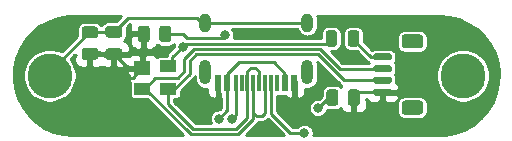
<source format=gbr>
%TF.GenerationSoftware,KiCad,Pcbnew,5.1.10-88a1d61d58~90~ubuntu20.04.1*%
%TF.CreationDate,2022-01-21T20:09:26-08:00*%
%TF.ProjectId,kb-db_protruded,6b622d64-625f-4707-926f-747275646564,rev?*%
%TF.SameCoordinates,Original*%
%TF.FileFunction,Copper,L1,Top*%
%TF.FilePolarity,Positive*%
%FSLAX46Y46*%
G04 Gerber Fmt 4.6, Leading zero omitted, Abs format (unit mm)*
G04 Created by KiCad (PCBNEW 5.1.10-88a1d61d58~90~ubuntu20.04.1) date 2022-01-21 20:09:26*
%MOMM*%
%LPD*%
G01*
G04 APERTURE LIST*
%TA.AperFunction,ComponentPad*%
%ADD10C,3.800000*%
%TD*%
%TA.AperFunction,SMDPad,CuDef*%
%ADD11R,0.600000X1.450000*%
%TD*%
%TA.AperFunction,SMDPad,CuDef*%
%ADD12R,0.300000X1.450000*%
%TD*%
%TA.AperFunction,ComponentPad*%
%ADD13O,1.000000X2.100000*%
%TD*%
%TA.AperFunction,ComponentPad*%
%ADD14O,1.000000X1.600000*%
%TD*%
%TA.AperFunction,SMDPad,CuDef*%
%ADD15R,1.400000X1.000000*%
%TD*%
%TA.AperFunction,SMDPad,CuDef*%
%ADD16R,1.400000X1.200000*%
%TD*%
%TA.AperFunction,ViaPad*%
%ADD17C,0.800000*%
%TD*%
%TA.AperFunction,Conductor*%
%ADD18C,0.250000*%
%TD*%
%TA.AperFunction,Conductor*%
%ADD19C,0.254000*%
%TD*%
%TA.AperFunction,Conductor*%
%ADD20C,0.100000*%
%TD*%
G04 APERTURE END LIST*
%TO.P,R2,2*%
%TO.N,Net-(R2-Pad2)*%
%TA.AperFunction,SMDPad,CuDef*%
G36*
G01*
X70774500Y-60394002D02*
X70774500Y-59493998D01*
G75*
G02*
X71024498Y-59244000I249998J0D01*
G01*
X71549502Y-59244000D01*
G75*
G02*
X71799500Y-59493998I0J-249998D01*
G01*
X71799500Y-60394002D01*
G75*
G02*
X71549502Y-60644000I-249998J0D01*
G01*
X71024498Y-60644000D01*
G75*
G02*
X70774500Y-60394002I0J249998D01*
G01*
G37*
%TD.AperFunction*%
%TO.P,R2,1*%
%TO.N,GND*%
%TA.AperFunction,SMDPad,CuDef*%
G36*
G01*
X68949500Y-60394002D02*
X68949500Y-59493998D01*
G75*
G02*
X69199498Y-59244000I249998J0D01*
G01*
X69724502Y-59244000D01*
G75*
G02*
X69974500Y-59493998I0J-249998D01*
G01*
X69974500Y-60394002D01*
G75*
G02*
X69724502Y-60644000I-249998J0D01*
G01*
X69199498Y-60644000D01*
G75*
G02*
X68949500Y-60394002I0J249998D01*
G01*
G37*
%TD.AperFunction*%
%TD*%
D10*
%TO.P,H2,1*%
%TO.N,Earth*%
X61487000Y-63472000D03*
%TD*%
%TO.P,H1,1*%
%TO.N,Net-(H1-Pad1)*%
X96487000Y-63472000D03*
%TD*%
%TO.P,J1,MP*%
%TO.N,N/C*%
%TA.AperFunction,SMDPad,CuDef*%
G36*
G01*
X91551999Y-65579000D02*
X92852001Y-65579000D01*
G75*
G02*
X93102000Y-65828999I0J-249999D01*
G01*
X93102000Y-66529001D01*
G75*
G02*
X92852001Y-66779000I-249999J0D01*
G01*
X91551999Y-66779000D01*
G75*
G02*
X91302000Y-66529001I0J249999D01*
G01*
X91302000Y-65828999D01*
G75*
G02*
X91551999Y-65579000I249999J0D01*
G01*
G37*
%TD.AperFunction*%
%TA.AperFunction,SMDPad,CuDef*%
G36*
G01*
X91551999Y-59979000D02*
X92852001Y-59979000D01*
G75*
G02*
X93102000Y-60228999I0J-249999D01*
G01*
X93102000Y-60929001D01*
G75*
G02*
X92852001Y-61179000I-249999J0D01*
G01*
X91551999Y-61179000D01*
G75*
G02*
X91302000Y-60929001I0J249999D01*
G01*
X91302000Y-60228999D01*
G75*
G02*
X91551999Y-59979000I249999J0D01*
G01*
G37*
%TD.AperFunction*%
%TO.P,J1,4*%
%TO.N,GND*%
%TA.AperFunction,SMDPad,CuDef*%
G36*
G01*
X89052000Y-64579000D02*
X90302000Y-64579000D01*
G75*
G02*
X90452000Y-64729000I0J-150000D01*
G01*
X90452000Y-65029000D01*
G75*
G02*
X90302000Y-65179000I-150000J0D01*
G01*
X89052000Y-65179000D01*
G75*
G02*
X88902000Y-65029000I0J150000D01*
G01*
X88902000Y-64729000D01*
G75*
G02*
X89052000Y-64579000I150000J0D01*
G01*
G37*
%TD.AperFunction*%
%TO.P,J1,3*%
%TO.N,D+*%
%TA.AperFunction,SMDPad,CuDef*%
G36*
G01*
X89052000Y-63579000D02*
X90302000Y-63579000D01*
G75*
G02*
X90452000Y-63729000I0J-150000D01*
G01*
X90452000Y-64029000D01*
G75*
G02*
X90302000Y-64179000I-150000J0D01*
G01*
X89052000Y-64179000D01*
G75*
G02*
X88902000Y-64029000I0J150000D01*
G01*
X88902000Y-63729000D01*
G75*
G02*
X89052000Y-63579000I150000J0D01*
G01*
G37*
%TD.AperFunction*%
%TO.P,J1,2*%
%TO.N,D-*%
%TA.AperFunction,SMDPad,CuDef*%
G36*
G01*
X89052000Y-62579000D02*
X90302000Y-62579000D01*
G75*
G02*
X90452000Y-62729000I0J-150000D01*
G01*
X90452000Y-63029000D01*
G75*
G02*
X90302000Y-63179000I-150000J0D01*
G01*
X89052000Y-63179000D01*
G75*
G02*
X88902000Y-63029000I0J150000D01*
G01*
X88902000Y-62729000D01*
G75*
G02*
X89052000Y-62579000I150000J0D01*
G01*
G37*
%TD.AperFunction*%
%TO.P,J1,1*%
%TO.N,+5V*%
%TA.AperFunction,SMDPad,CuDef*%
G36*
G01*
X89052000Y-61579000D02*
X90302000Y-61579000D01*
G75*
G02*
X90452000Y-61729000I0J-150000D01*
G01*
X90452000Y-62029000D01*
G75*
G02*
X90302000Y-62179000I-150000J0D01*
G01*
X89052000Y-62179000D01*
G75*
G02*
X88902000Y-62029000I0J150000D01*
G01*
X88902000Y-61729000D01*
G75*
G02*
X89052000Y-61579000I150000J0D01*
G01*
G37*
%TD.AperFunction*%
%TD*%
%TO.P,C1,2*%
%TO.N,GND*%
%TA.AperFunction,SMDPad,CuDef*%
G36*
G01*
X66454000Y-61156000D02*
X67404000Y-61156000D01*
G75*
G02*
X67654000Y-61406000I0J-250000D01*
G01*
X67654000Y-61906000D01*
G75*
G02*
X67404000Y-62156000I-250000J0D01*
G01*
X66454000Y-62156000D01*
G75*
G02*
X66204000Y-61906000I0J250000D01*
G01*
X66204000Y-61406000D01*
G75*
G02*
X66454000Y-61156000I250000J0D01*
G01*
G37*
%TD.AperFunction*%
%TO.P,C1,1*%
%TO.N,Earth*%
%TA.AperFunction,SMDPad,CuDef*%
G36*
G01*
X66454000Y-59256000D02*
X67404000Y-59256000D01*
G75*
G02*
X67654000Y-59506000I0J-250000D01*
G01*
X67654000Y-60006000D01*
G75*
G02*
X67404000Y-60256000I-250000J0D01*
G01*
X66454000Y-60256000D01*
G75*
G02*
X66204000Y-60006000I0J250000D01*
G01*
X66204000Y-59506000D01*
G75*
G02*
X66454000Y-59256000I250000J0D01*
G01*
G37*
%TD.AperFunction*%
%TD*%
D11*
%TO.P,USB1,12*%
%TO.N,GND*%
X75767000Y-64086500D03*
%TO.P,USB1,1*%
X82217000Y-64086500D03*
%TO.P,USB1,11*%
%TO.N,VCC*%
X76542000Y-64086500D03*
%TO.P,USB1,2*%
X81442000Y-64086500D03*
D12*
%TO.P,USB1,3*%
%TO.N,Net-(USB1-Pad3)*%
X80742000Y-64086500D03*
%TO.P,USB1,10*%
%TO.N,Net-(R2-Pad2)*%
X77242000Y-64086500D03*
%TO.P,USB1,4*%
%TO.N,Net-(R1-Pad2)*%
X80242000Y-64086500D03*
%TO.P,USB1,9*%
%TO.N,Net-(USB1-Pad9)*%
X77742000Y-64086500D03*
%TO.P,USB1,5*%
%TO.N,D-*%
X79742000Y-64086500D03*
%TO.P,USB1,8*%
%TO.N,D+*%
X78242000Y-64086500D03*
%TO.P,USB1,7*%
%TO.N,D-*%
X78742000Y-64086500D03*
%TO.P,USB1,6*%
%TO.N,D+*%
X79242000Y-64086500D03*
D13*
%TO.P,USB1,13*%
%TO.N,Earth*%
X83312000Y-63171500D03*
X74672000Y-63171500D03*
D14*
X83312000Y-58991500D03*
X74672000Y-58991500D03*
%TD*%
%TO.P,R5,2*%
%TO.N,GND*%
%TA.AperFunction,SMDPad,CuDef*%
G36*
G01*
X64446998Y-61129500D02*
X65347002Y-61129500D01*
G75*
G02*
X65597000Y-61379498I0J-249998D01*
G01*
X65597000Y-61904502D01*
G75*
G02*
X65347002Y-62154500I-249998J0D01*
G01*
X64446998Y-62154500D01*
G75*
G02*
X64197000Y-61904502I0J249998D01*
G01*
X64197000Y-61379498D01*
G75*
G02*
X64446998Y-61129500I249998J0D01*
G01*
G37*
%TD.AperFunction*%
%TO.P,R5,1*%
%TO.N,Earth*%
%TA.AperFunction,SMDPad,CuDef*%
G36*
G01*
X64446998Y-59304500D02*
X65347002Y-59304500D01*
G75*
G02*
X65597000Y-59554498I0J-249998D01*
G01*
X65597000Y-60079502D01*
G75*
G02*
X65347002Y-60329500I-249998J0D01*
G01*
X64446998Y-60329500D01*
G75*
G02*
X64197000Y-60079502I0J249998D01*
G01*
X64197000Y-59554498D01*
G75*
G02*
X64446998Y-59304500I249998J0D01*
G01*
G37*
%TD.AperFunction*%
%TD*%
%TO.P,R1,2*%
%TO.N,Net-(R1-Pad2)*%
%TA.AperFunction,SMDPad,CuDef*%
G36*
G01*
X85936500Y-64887998D02*
X85936500Y-65788002D01*
G75*
G02*
X85686502Y-66038000I-249998J0D01*
G01*
X85161498Y-66038000D01*
G75*
G02*
X84911500Y-65788002I0J249998D01*
G01*
X84911500Y-64887998D01*
G75*
G02*
X85161498Y-64638000I249998J0D01*
G01*
X85686502Y-64638000D01*
G75*
G02*
X85936500Y-64887998I0J-249998D01*
G01*
G37*
%TD.AperFunction*%
%TO.P,R1,1*%
%TO.N,GND*%
%TA.AperFunction,SMDPad,CuDef*%
G36*
G01*
X87761500Y-64887998D02*
X87761500Y-65788002D01*
G75*
G02*
X87511502Y-66038000I-249998J0D01*
G01*
X86986498Y-66038000D01*
G75*
G02*
X86736500Y-65788002I0J249998D01*
G01*
X86736500Y-64887998D01*
G75*
G02*
X86986498Y-64638000I249998J0D01*
G01*
X87511502Y-64638000D01*
G75*
G02*
X87761500Y-64887998I0J-249998D01*
G01*
G37*
%TD.AperFunction*%
%TD*%
%TO.P,F1,2*%
%TO.N,VCC*%
%TA.AperFunction,SMDPad,CuDef*%
G36*
G01*
X85831500Y-59868750D02*
X85831500Y-60781250D01*
G75*
G02*
X85587750Y-61025000I-243750J0D01*
G01*
X85100250Y-61025000D01*
G75*
G02*
X84856500Y-60781250I0J243750D01*
G01*
X84856500Y-59868750D01*
G75*
G02*
X85100250Y-59625000I243750J0D01*
G01*
X85587750Y-59625000D01*
G75*
G02*
X85831500Y-59868750I0J-243750D01*
G01*
G37*
%TD.AperFunction*%
%TO.P,F1,1*%
%TO.N,+5V*%
%TA.AperFunction,SMDPad,CuDef*%
G36*
G01*
X87706500Y-59868750D02*
X87706500Y-60781250D01*
G75*
G02*
X87462750Y-61025000I-243750J0D01*
G01*
X86975250Y-61025000D01*
G75*
G02*
X86731500Y-60781250I0J243750D01*
G01*
X86731500Y-59868750D01*
G75*
G02*
X86975250Y-59625000I243750J0D01*
G01*
X87462750Y-59625000D01*
G75*
G02*
X87706500Y-59868750I0J-243750D01*
G01*
G37*
%TD.AperFunction*%
%TD*%
D15*
%TO.P,D1,4*%
%TO.N,VCC*%
X71542000Y-62685000D03*
%TO.P,D1,3*%
%TO.N,D+*%
X71542000Y-64585000D03*
%TO.P,D1,2*%
%TO.N,D-*%
X69342000Y-64585000D03*
D16*
%TO.P,D1,1*%
%TO.N,GND*%
X69342000Y-62865000D03*
%TD*%
D17*
%TO.N,VCC*%
X75853014Y-67116004D03*
X72764000Y-61020000D03*
%TO.N,GND*%
X82169000Y-67564000D03*
X68065000Y-63687000D03*
X79936000Y-68072000D03*
X73912365Y-67110635D03*
%TO.N,Net-(R1-Pad2)*%
X83058000Y-68326000D03*
X84194000Y-66227000D03*
%TO.N,Net-(R2-Pad2)*%
X76955000Y-67116002D03*
X76327000Y-60038990D03*
%TD*%
D18*
%TO.N,Earth*%
X66868000Y-59817000D02*
X66929000Y-59756000D01*
X64897000Y-59817000D02*
X66868000Y-59817000D01*
X64823000Y-59817000D02*
X64897000Y-59817000D01*
X61487000Y-63153000D02*
X64823000Y-59817000D01*
X61487000Y-63472000D02*
X61487000Y-63153000D01*
X68101001Y-58583999D02*
X66929000Y-59756000D01*
X74010999Y-58583999D02*
X68101001Y-58583999D01*
X74418500Y-58991500D02*
X74010999Y-58583999D01*
X74672000Y-58991500D02*
X74418500Y-58991500D01*
X74672000Y-58991500D02*
X83312000Y-58991500D01*
%TO.N,VCC*%
X81442000Y-63326498D02*
X81442000Y-64086500D01*
X80466992Y-62351490D02*
X81442000Y-63326498D01*
X77517008Y-62351490D02*
X80466992Y-62351490D01*
X76542000Y-63326498D02*
X77517008Y-62351490D01*
X76542000Y-64086500D02*
X76542000Y-63326498D01*
X71892000Y-61892000D02*
X72764000Y-61020000D01*
X76542000Y-66427018D02*
X76542000Y-65674000D01*
X76542000Y-65674000D02*
X76542000Y-64086500D01*
X75853014Y-67116004D02*
X76542000Y-66427018D01*
X72764000Y-61020000D02*
X73020010Y-60763990D01*
X84905010Y-60763990D02*
X85344000Y-60325000D01*
X73020010Y-60763990D02*
X84905010Y-60763990D01*
X71892000Y-62335000D02*
X71542000Y-62685000D01*
X71892000Y-61892000D02*
X71892000Y-62335000D01*
%TO.N,+5V*%
X88676000Y-61879000D02*
X89677000Y-61879000D01*
X87219000Y-60422000D02*
X88676000Y-61879000D01*
X87219000Y-60325000D02*
X87219000Y-60422000D01*
%TO.N,GND*%
X68520000Y-63687000D02*
X69342000Y-62865000D01*
X68065000Y-63687000D02*
X68520000Y-63687000D01*
X87298000Y-65387000D02*
X87249000Y-65338000D01*
X89677000Y-65390000D02*
X89677000Y-64879000D01*
X88078000Y-66989000D02*
X89677000Y-65390000D01*
X82744000Y-66989000D02*
X88078000Y-66989000D01*
X82169000Y-67564000D02*
X82744000Y-66989000D01*
X67630000Y-62357000D02*
X66929000Y-61656000D01*
X69462000Y-62745000D02*
X69342000Y-62865000D01*
X69462000Y-59944000D02*
X69462000Y-62237000D01*
X75767000Y-65674000D02*
X74330365Y-67110635D01*
X74330365Y-67110635D02*
X73912365Y-67110635D01*
X82217000Y-67516000D02*
X82169000Y-67564000D01*
X82217000Y-64086500D02*
X82217000Y-67516000D01*
X75767000Y-65674000D02*
X75767000Y-64086500D01*
X87708000Y-64879000D02*
X87249000Y-65338000D01*
X89677000Y-64879000D02*
X87708000Y-64879000D01*
X68138000Y-62865000D02*
X67630000Y-62357000D01*
X69342000Y-62865000D02*
X68138000Y-62865000D01*
%TO.N,D+*%
X78242000Y-63126498D02*
X78566998Y-62801500D01*
X78242000Y-64086500D02*
X78242000Y-63126498D01*
X79242000Y-63126498D02*
X79242000Y-64086500D01*
X78917002Y-62801500D02*
X79242000Y-63126498D01*
X78566998Y-62801500D02*
X78917002Y-62801500D01*
X71542000Y-64585000D02*
X71551000Y-64576000D01*
X86418000Y-63879000D02*
X89677000Y-63879000D01*
X84203011Y-61664011D02*
X86418000Y-63879000D01*
X73899399Y-61664011D02*
X84203011Y-61664011D01*
X73341011Y-62222399D02*
X73899399Y-61664011D01*
X73341011Y-62802989D02*
X73341011Y-62222399D01*
X71542000Y-64585000D02*
X72067000Y-64585000D01*
X73654410Y-68005000D02*
X71542000Y-65892590D01*
X77266004Y-68005000D02*
X73654410Y-68005000D01*
X78242000Y-67029004D02*
X77266004Y-68005000D01*
X71542000Y-65892590D02*
X71542000Y-64585000D01*
X78242000Y-64086500D02*
X78242000Y-67029004D01*
X72063412Y-64585000D02*
X71542000Y-64585000D01*
X73341009Y-63307403D02*
X72063412Y-64585000D01*
X73341011Y-62802989D02*
X73341009Y-63307403D01*
%TO.N,D-*%
X78742000Y-66634002D02*
X79036998Y-66929000D01*
X79742000Y-66634002D02*
X79742000Y-65674000D01*
X79447002Y-66929000D02*
X79742000Y-66634002D01*
X79036998Y-66929000D02*
X79447002Y-66929000D01*
X89526990Y-62728990D02*
X89677000Y-62879000D01*
X69342000Y-64837000D02*
X69342000Y-64585000D01*
X79742000Y-65674000D02*
X79742000Y-64086500D01*
X78742000Y-65075000D02*
X78742000Y-64086500D01*
X78742000Y-66634002D02*
X78742000Y-65075000D01*
X86054410Y-62879000D02*
X89677000Y-62879000D01*
X84389410Y-61214000D02*
X86054410Y-62879000D01*
X73713000Y-61214000D02*
X84389410Y-61214000D01*
X72891000Y-62036000D02*
X73713000Y-61214000D01*
X72891000Y-63121002D02*
X72891000Y-62036000D01*
X72325002Y-63687000D02*
X72891000Y-63121002D01*
X70440000Y-63687000D02*
X72325002Y-63687000D01*
X69542000Y-64585000D02*
X70440000Y-63687000D01*
X69342000Y-64585000D02*
X69542000Y-64585000D01*
X69598000Y-64585000D02*
X69342000Y-64585000D01*
X73468011Y-68455011D02*
X69598000Y-64585000D01*
X77452404Y-68455011D02*
X73468011Y-68455011D01*
X78742000Y-67165415D02*
X77452404Y-68455011D01*
X78742000Y-66634002D02*
X78742000Y-67165415D01*
%TO.N,Net-(R1-Pad2)*%
X84254000Y-66167000D02*
X84194000Y-66227000D01*
X85424000Y-64997000D02*
X84194000Y-66227000D01*
X85424000Y-65338000D02*
X85424000Y-65505000D01*
X80242000Y-65069000D02*
X80242000Y-64086500D01*
X80242000Y-66710002D02*
X80242000Y-65069000D01*
X81857998Y-68326000D02*
X80242000Y-66710002D01*
X83058000Y-68326000D02*
X81857998Y-68326000D01*
%TO.N,Net-(R2-Pad2)*%
X77242000Y-65051000D02*
X77242000Y-64086500D01*
X77242000Y-66829002D02*
X77242000Y-65051000D01*
X76955000Y-67116002D02*
X77242000Y-66829002D01*
X71568990Y-60225990D02*
X71287000Y-59944000D01*
X76327000Y-60038990D02*
X76052010Y-60313980D01*
X72761002Y-59944000D02*
X71287000Y-59944000D01*
X73130982Y-60313980D02*
X72761002Y-59944000D01*
X76052010Y-60313980D02*
X73130982Y-60313980D01*
%TD*%
D19*
%TO.N,GND*%
X81332406Y-68516000D02*
X78107006Y-68516000D01*
X79082220Y-67540787D01*
X79101527Y-67524942D01*
X79164759Y-67447894D01*
X79171651Y-67435000D01*
X79422156Y-67435000D01*
X79447002Y-67437447D01*
X79471848Y-67435000D01*
X79471856Y-67435000D01*
X79546195Y-67427678D01*
X79641577Y-67398745D01*
X79729481Y-67351759D01*
X79806529Y-67288527D01*
X79822378Y-67269215D01*
X79954000Y-67137593D01*
X81332406Y-68516000D01*
%TA.AperFunction,Conductor*%
D20*
G36*
X81332406Y-68516000D02*
G01*
X78107006Y-68516000D01*
X79082220Y-67540787D01*
X79101527Y-67524942D01*
X79164759Y-67447894D01*
X79171651Y-67435000D01*
X79422156Y-67435000D01*
X79447002Y-67437447D01*
X79471848Y-67435000D01*
X79471856Y-67435000D01*
X79546195Y-67427678D01*
X79641577Y-67398745D01*
X79729481Y-67351759D01*
X79806529Y-67288527D01*
X79822378Y-67269215D01*
X79954000Y-67137593D01*
X81332406Y-68516000D01*
G37*
%TD.AperFunction*%
D19*
X95336581Y-58501726D02*
X96161880Y-58715931D01*
X96939275Y-59066123D01*
X97646563Y-59542296D01*
X98263505Y-60130830D01*
X98772464Y-60814895D01*
X99158893Y-61574945D01*
X99411735Y-62389227D01*
X99523763Y-63234474D01*
X99491777Y-64086509D01*
X99316687Y-64920978D01*
X99003503Y-65714010D01*
X98561175Y-66442942D01*
X98002360Y-67086921D01*
X97343022Y-67627544D01*
X96602030Y-68049341D01*
X95800559Y-68340261D01*
X94953066Y-68493514D01*
X94476250Y-68516000D01*
X83816508Y-68516000D01*
X83839000Y-68402922D01*
X83839000Y-68249078D01*
X83808987Y-68098191D01*
X83750113Y-67956058D01*
X83664642Y-67828141D01*
X83555859Y-67719358D01*
X83427942Y-67633887D01*
X83285809Y-67575013D01*
X83134922Y-67545000D01*
X82981078Y-67545000D01*
X82830191Y-67575013D01*
X82688058Y-67633887D01*
X82560141Y-67719358D01*
X82459499Y-67820000D01*
X82067590Y-67820000D01*
X80748000Y-66500411D01*
X80748000Y-65194343D01*
X80892000Y-65194343D01*
X80966689Y-65186987D01*
X81017000Y-65171725D01*
X81067311Y-65186987D01*
X81142000Y-65194343D01*
X81409728Y-65194343D01*
X81465815Y-65262685D01*
X81562506Y-65342037D01*
X81672820Y-65401002D01*
X81792518Y-65437312D01*
X81917000Y-65449572D01*
X81931250Y-65446500D01*
X82090000Y-65287750D01*
X82090000Y-64968674D01*
X82095701Y-64958008D01*
X82117487Y-64886189D01*
X82124843Y-64811500D01*
X82124843Y-63939500D01*
X82344000Y-63939500D01*
X82344000Y-63959500D01*
X82364000Y-63959500D01*
X82364000Y-64213500D01*
X82344000Y-64213500D01*
X82344000Y-65287750D01*
X82502750Y-65446500D01*
X82517000Y-65449572D01*
X82641482Y-65437312D01*
X82761180Y-65401002D01*
X82871494Y-65342037D01*
X82968185Y-65262685D01*
X83047537Y-65165994D01*
X83106502Y-65055680D01*
X83142812Y-64935982D01*
X83155072Y-64811500D01*
X83153531Y-64591154D01*
X83312000Y-64606762D01*
X83484705Y-64589752D01*
X83650774Y-64539375D01*
X83803824Y-64457568D01*
X83937975Y-64347475D01*
X84048068Y-64213325D01*
X84129875Y-64060275D01*
X84180252Y-63894206D01*
X84193000Y-63764773D01*
X84193000Y-62578227D01*
X84180252Y-62448794D01*
X84140213Y-62316804D01*
X86042628Y-64219220D01*
X86058473Y-64238527D01*
X86135521Y-64301759D01*
X86182721Y-64326988D01*
X86146998Y-64393820D01*
X86133064Y-64439754D01*
X86038090Y-64361810D01*
X85928680Y-64303329D01*
X85809963Y-64267317D01*
X85686502Y-64255157D01*
X85161498Y-64255157D01*
X85038037Y-64267317D01*
X84919320Y-64303329D01*
X84809910Y-64361810D01*
X84714012Y-64440512D01*
X84635310Y-64536410D01*
X84576829Y-64645820D01*
X84540817Y-64764537D01*
X84528657Y-64887998D01*
X84528657Y-65176751D01*
X84259409Y-65446000D01*
X84117078Y-65446000D01*
X83966191Y-65476013D01*
X83824058Y-65534887D01*
X83696141Y-65620358D01*
X83587358Y-65729141D01*
X83501887Y-65857058D01*
X83443013Y-65999191D01*
X83413000Y-66150078D01*
X83413000Y-66303922D01*
X83443013Y-66454809D01*
X83501887Y-66596942D01*
X83587358Y-66724859D01*
X83696141Y-66833642D01*
X83824058Y-66919113D01*
X83966191Y-66977987D01*
X84117078Y-67008000D01*
X84270922Y-67008000D01*
X84421809Y-66977987D01*
X84563942Y-66919113D01*
X84691859Y-66833642D01*
X84800642Y-66724859D01*
X84886113Y-66596942D01*
X84944987Y-66454809D01*
X84958935Y-66384688D01*
X85038037Y-66408683D01*
X85161498Y-66420843D01*
X85686502Y-66420843D01*
X85809963Y-66408683D01*
X85928680Y-66372671D01*
X86038090Y-66314190D01*
X86133064Y-66236246D01*
X86146998Y-66282180D01*
X86205963Y-66392494D01*
X86285315Y-66489185D01*
X86382006Y-66568537D01*
X86492320Y-66627502D01*
X86612018Y-66663812D01*
X86736500Y-66676072D01*
X86963250Y-66673000D01*
X87122000Y-66514250D01*
X87122000Y-65465000D01*
X87102000Y-65465000D01*
X87102000Y-65211000D01*
X87122000Y-65211000D01*
X87122000Y-65191000D01*
X87376000Y-65191000D01*
X87376000Y-65211000D01*
X87396000Y-65211000D01*
X87396000Y-65465000D01*
X87376000Y-65465000D01*
X87376000Y-66514250D01*
X87534750Y-66673000D01*
X87761500Y-66676072D01*
X87885982Y-66663812D01*
X88005680Y-66627502D01*
X88115994Y-66568537D01*
X88212685Y-66489185D01*
X88292037Y-66392494D01*
X88351002Y-66282180D01*
X88387312Y-66162482D01*
X88399572Y-66038000D01*
X88398023Y-65828999D01*
X90919157Y-65828999D01*
X90919157Y-66529001D01*
X90931317Y-66652462D01*
X90967329Y-66771179D01*
X91025810Y-66880589D01*
X91104512Y-66976488D01*
X91200411Y-67055190D01*
X91309821Y-67113671D01*
X91428538Y-67149683D01*
X91551999Y-67161843D01*
X92852001Y-67161843D01*
X92975462Y-67149683D01*
X93094179Y-67113671D01*
X93203589Y-67055190D01*
X93299488Y-66976488D01*
X93378190Y-66880589D01*
X93436671Y-66771179D01*
X93472683Y-66652462D01*
X93484843Y-66529001D01*
X93484843Y-65828999D01*
X93472683Y-65705538D01*
X93436671Y-65586821D01*
X93378190Y-65477411D01*
X93299488Y-65381512D01*
X93203589Y-65302810D01*
X93094179Y-65244329D01*
X92975462Y-65208317D01*
X92852001Y-65196157D01*
X91551999Y-65196157D01*
X91428538Y-65208317D01*
X91309821Y-65244329D01*
X91200411Y-65302810D01*
X91104512Y-65381512D01*
X91025810Y-65477411D01*
X90967329Y-65586821D01*
X90931317Y-65705538D01*
X90919157Y-65828999D01*
X88398023Y-65828999D01*
X88396500Y-65623750D01*
X88237752Y-65465002D01*
X88334853Y-65465002D01*
X88371463Y-65533494D01*
X88450815Y-65630185D01*
X88547506Y-65709537D01*
X88657820Y-65768502D01*
X88777518Y-65804812D01*
X88902000Y-65817072D01*
X89391250Y-65814000D01*
X89550000Y-65655250D01*
X89550000Y-65006000D01*
X89804000Y-65006000D01*
X89804000Y-65655250D01*
X89962750Y-65814000D01*
X90452000Y-65817072D01*
X90576482Y-65804812D01*
X90696180Y-65768502D01*
X90806494Y-65709537D01*
X90903185Y-65630185D01*
X90982537Y-65533494D01*
X91041502Y-65423180D01*
X91077812Y-65303482D01*
X91090072Y-65179000D01*
X91087000Y-65164750D01*
X90928250Y-65006000D01*
X89804000Y-65006000D01*
X89550000Y-65006000D01*
X89530000Y-65006000D01*
X89530000Y-64752000D01*
X89550000Y-64752000D01*
X89550000Y-64732000D01*
X89804000Y-64732000D01*
X89804000Y-64752000D01*
X90928250Y-64752000D01*
X91087000Y-64593250D01*
X91090072Y-64579000D01*
X91077812Y-64454518D01*
X91041502Y-64334820D01*
X90982537Y-64224506D01*
X90903185Y-64127815D01*
X90830950Y-64068533D01*
X90834843Y-64029000D01*
X90834843Y-63729000D01*
X90824605Y-63625047D01*
X90794283Y-63525090D01*
X90745043Y-63432968D01*
X90700752Y-63379000D01*
X90745043Y-63325032D01*
X90786569Y-63247341D01*
X94206000Y-63247341D01*
X94206000Y-63696659D01*
X94293657Y-64137343D01*
X94465604Y-64552459D01*
X94715231Y-64926053D01*
X95032947Y-65243769D01*
X95406541Y-65493396D01*
X95821657Y-65665343D01*
X96262341Y-65753000D01*
X96711659Y-65753000D01*
X97152343Y-65665343D01*
X97567459Y-65493396D01*
X97941053Y-65243769D01*
X98258769Y-64926053D01*
X98508396Y-64552459D01*
X98680343Y-64137343D01*
X98768000Y-63696659D01*
X98768000Y-63247341D01*
X98680343Y-62806657D01*
X98508396Y-62391541D01*
X98258769Y-62017947D01*
X97941053Y-61700231D01*
X97567459Y-61450604D01*
X97152343Y-61278657D01*
X96711659Y-61191000D01*
X96262341Y-61191000D01*
X95821657Y-61278657D01*
X95406541Y-61450604D01*
X95032947Y-61700231D01*
X94715231Y-62017947D01*
X94465604Y-62391541D01*
X94293657Y-62806657D01*
X94206000Y-63247341D01*
X90786569Y-63247341D01*
X90794283Y-63232910D01*
X90824605Y-63132953D01*
X90834843Y-63029000D01*
X90834843Y-62729000D01*
X90824605Y-62625047D01*
X90794283Y-62525090D01*
X90745043Y-62432968D01*
X90700752Y-62379000D01*
X90745043Y-62325032D01*
X90794283Y-62232910D01*
X90824605Y-62132953D01*
X90834843Y-62029000D01*
X90834843Y-61729000D01*
X90824605Y-61625047D01*
X90794283Y-61525090D01*
X90745043Y-61432968D01*
X90678777Y-61352223D01*
X90598032Y-61285957D01*
X90505910Y-61236717D01*
X90405953Y-61206395D01*
X90302000Y-61196157D01*
X89052000Y-61196157D01*
X88948047Y-61206395D01*
X88848090Y-61236717D01*
X88783717Y-61271125D01*
X88089343Y-60576752D01*
X88089343Y-60228999D01*
X90919157Y-60228999D01*
X90919157Y-60929001D01*
X90931317Y-61052462D01*
X90967329Y-61171179D01*
X91025810Y-61280589D01*
X91104512Y-61376488D01*
X91200411Y-61455190D01*
X91309821Y-61513671D01*
X91428538Y-61549683D01*
X91551999Y-61561843D01*
X92852001Y-61561843D01*
X92975462Y-61549683D01*
X93094179Y-61513671D01*
X93203589Y-61455190D01*
X93299488Y-61376488D01*
X93378190Y-61280589D01*
X93436671Y-61171179D01*
X93472683Y-61052462D01*
X93484843Y-60929001D01*
X93484843Y-60228999D01*
X93472683Y-60105538D01*
X93436671Y-59986821D01*
X93378190Y-59877411D01*
X93299488Y-59781512D01*
X93203589Y-59702810D01*
X93094179Y-59644329D01*
X92975462Y-59608317D01*
X92852001Y-59596157D01*
X91551999Y-59596157D01*
X91428538Y-59608317D01*
X91309821Y-59644329D01*
X91200411Y-59702810D01*
X91104512Y-59781512D01*
X91025810Y-59877411D01*
X90967329Y-59986821D01*
X90931317Y-60105538D01*
X90919157Y-60228999D01*
X88089343Y-60228999D01*
X88089343Y-59868750D01*
X88077303Y-59746508D01*
X88041646Y-59628963D01*
X87983743Y-59520634D01*
X87905818Y-59425682D01*
X87810866Y-59347757D01*
X87702537Y-59289854D01*
X87584992Y-59254197D01*
X87462750Y-59242157D01*
X86975250Y-59242157D01*
X86853008Y-59254197D01*
X86735463Y-59289854D01*
X86627134Y-59347757D01*
X86532182Y-59425682D01*
X86454257Y-59520634D01*
X86396354Y-59628963D01*
X86360697Y-59746508D01*
X86348657Y-59868750D01*
X86348657Y-60781250D01*
X86360697Y-60903492D01*
X86396354Y-61021037D01*
X86454257Y-61129366D01*
X86532182Y-61224318D01*
X86627134Y-61302243D01*
X86735463Y-61360146D01*
X86853008Y-61395803D01*
X86975250Y-61407843D01*
X87462750Y-61407843D01*
X87486875Y-61405467D01*
X88300628Y-62219220D01*
X88316473Y-62238527D01*
X88393521Y-62301759D01*
X88476074Y-62345885D01*
X88481425Y-62348745D01*
X88561384Y-62373000D01*
X86264002Y-62373000D01*
X85298844Y-61407843D01*
X85587750Y-61407843D01*
X85709992Y-61395803D01*
X85827537Y-61360146D01*
X85935866Y-61302243D01*
X86030818Y-61224318D01*
X86108743Y-61129366D01*
X86166646Y-61021037D01*
X86202303Y-60903492D01*
X86214343Y-60781250D01*
X86214343Y-59868750D01*
X86202303Y-59746508D01*
X86166646Y-59628963D01*
X86108743Y-59520634D01*
X86030818Y-59425682D01*
X85935866Y-59347757D01*
X85827537Y-59289854D01*
X85709992Y-59254197D01*
X85587750Y-59242157D01*
X85100250Y-59242157D01*
X84978008Y-59254197D01*
X84860463Y-59289854D01*
X84752134Y-59347757D01*
X84657182Y-59425682D01*
X84579257Y-59520634D01*
X84521354Y-59628963D01*
X84485697Y-59746508D01*
X84473657Y-59868750D01*
X84473657Y-60257990D01*
X77079739Y-60257990D01*
X77108000Y-60115912D01*
X77108000Y-59962068D01*
X77077987Y-59811181D01*
X77019113Y-59669048D01*
X76933642Y-59541131D01*
X76890011Y-59497500D01*
X82453848Y-59497500D01*
X82494125Y-59630274D01*
X82575932Y-59783324D01*
X82686025Y-59917475D01*
X82820175Y-60027568D01*
X82973225Y-60109375D01*
X83139294Y-60159752D01*
X83312000Y-60176762D01*
X83484705Y-60159752D01*
X83650774Y-60109375D01*
X83803824Y-60027568D01*
X83937975Y-59917475D01*
X84048068Y-59783325D01*
X84129875Y-59630275D01*
X84180252Y-59464206D01*
X84193000Y-59334773D01*
X84193000Y-58648227D01*
X84180252Y-58518794D01*
X84152710Y-58428000D01*
X94467691Y-58428000D01*
X95336581Y-58501726D01*
%TA.AperFunction,Conductor*%
D20*
G36*
X95336581Y-58501726D02*
G01*
X96161880Y-58715931D01*
X96939275Y-59066123D01*
X97646563Y-59542296D01*
X98263505Y-60130830D01*
X98772464Y-60814895D01*
X99158893Y-61574945D01*
X99411735Y-62389227D01*
X99523763Y-63234474D01*
X99491777Y-64086509D01*
X99316687Y-64920978D01*
X99003503Y-65714010D01*
X98561175Y-66442942D01*
X98002360Y-67086921D01*
X97343022Y-67627544D01*
X96602030Y-68049341D01*
X95800559Y-68340261D01*
X94953066Y-68493514D01*
X94476250Y-68516000D01*
X83816508Y-68516000D01*
X83839000Y-68402922D01*
X83839000Y-68249078D01*
X83808987Y-68098191D01*
X83750113Y-67956058D01*
X83664642Y-67828141D01*
X83555859Y-67719358D01*
X83427942Y-67633887D01*
X83285809Y-67575013D01*
X83134922Y-67545000D01*
X82981078Y-67545000D01*
X82830191Y-67575013D01*
X82688058Y-67633887D01*
X82560141Y-67719358D01*
X82459499Y-67820000D01*
X82067590Y-67820000D01*
X80748000Y-66500411D01*
X80748000Y-65194343D01*
X80892000Y-65194343D01*
X80966689Y-65186987D01*
X81017000Y-65171725D01*
X81067311Y-65186987D01*
X81142000Y-65194343D01*
X81409728Y-65194343D01*
X81465815Y-65262685D01*
X81562506Y-65342037D01*
X81672820Y-65401002D01*
X81792518Y-65437312D01*
X81917000Y-65449572D01*
X81931250Y-65446500D01*
X82090000Y-65287750D01*
X82090000Y-64968674D01*
X82095701Y-64958008D01*
X82117487Y-64886189D01*
X82124843Y-64811500D01*
X82124843Y-63939500D01*
X82344000Y-63939500D01*
X82344000Y-63959500D01*
X82364000Y-63959500D01*
X82364000Y-64213500D01*
X82344000Y-64213500D01*
X82344000Y-65287750D01*
X82502750Y-65446500D01*
X82517000Y-65449572D01*
X82641482Y-65437312D01*
X82761180Y-65401002D01*
X82871494Y-65342037D01*
X82968185Y-65262685D01*
X83047537Y-65165994D01*
X83106502Y-65055680D01*
X83142812Y-64935982D01*
X83155072Y-64811500D01*
X83153531Y-64591154D01*
X83312000Y-64606762D01*
X83484705Y-64589752D01*
X83650774Y-64539375D01*
X83803824Y-64457568D01*
X83937975Y-64347475D01*
X84048068Y-64213325D01*
X84129875Y-64060275D01*
X84180252Y-63894206D01*
X84193000Y-63764773D01*
X84193000Y-62578227D01*
X84180252Y-62448794D01*
X84140213Y-62316804D01*
X86042628Y-64219220D01*
X86058473Y-64238527D01*
X86135521Y-64301759D01*
X86182721Y-64326988D01*
X86146998Y-64393820D01*
X86133064Y-64439754D01*
X86038090Y-64361810D01*
X85928680Y-64303329D01*
X85809963Y-64267317D01*
X85686502Y-64255157D01*
X85161498Y-64255157D01*
X85038037Y-64267317D01*
X84919320Y-64303329D01*
X84809910Y-64361810D01*
X84714012Y-64440512D01*
X84635310Y-64536410D01*
X84576829Y-64645820D01*
X84540817Y-64764537D01*
X84528657Y-64887998D01*
X84528657Y-65176751D01*
X84259409Y-65446000D01*
X84117078Y-65446000D01*
X83966191Y-65476013D01*
X83824058Y-65534887D01*
X83696141Y-65620358D01*
X83587358Y-65729141D01*
X83501887Y-65857058D01*
X83443013Y-65999191D01*
X83413000Y-66150078D01*
X83413000Y-66303922D01*
X83443013Y-66454809D01*
X83501887Y-66596942D01*
X83587358Y-66724859D01*
X83696141Y-66833642D01*
X83824058Y-66919113D01*
X83966191Y-66977987D01*
X84117078Y-67008000D01*
X84270922Y-67008000D01*
X84421809Y-66977987D01*
X84563942Y-66919113D01*
X84691859Y-66833642D01*
X84800642Y-66724859D01*
X84886113Y-66596942D01*
X84944987Y-66454809D01*
X84958935Y-66384688D01*
X85038037Y-66408683D01*
X85161498Y-66420843D01*
X85686502Y-66420843D01*
X85809963Y-66408683D01*
X85928680Y-66372671D01*
X86038090Y-66314190D01*
X86133064Y-66236246D01*
X86146998Y-66282180D01*
X86205963Y-66392494D01*
X86285315Y-66489185D01*
X86382006Y-66568537D01*
X86492320Y-66627502D01*
X86612018Y-66663812D01*
X86736500Y-66676072D01*
X86963250Y-66673000D01*
X87122000Y-66514250D01*
X87122000Y-65465000D01*
X87102000Y-65465000D01*
X87102000Y-65211000D01*
X87122000Y-65211000D01*
X87122000Y-65191000D01*
X87376000Y-65191000D01*
X87376000Y-65211000D01*
X87396000Y-65211000D01*
X87396000Y-65465000D01*
X87376000Y-65465000D01*
X87376000Y-66514250D01*
X87534750Y-66673000D01*
X87761500Y-66676072D01*
X87885982Y-66663812D01*
X88005680Y-66627502D01*
X88115994Y-66568537D01*
X88212685Y-66489185D01*
X88292037Y-66392494D01*
X88351002Y-66282180D01*
X88387312Y-66162482D01*
X88399572Y-66038000D01*
X88398023Y-65828999D01*
X90919157Y-65828999D01*
X90919157Y-66529001D01*
X90931317Y-66652462D01*
X90967329Y-66771179D01*
X91025810Y-66880589D01*
X91104512Y-66976488D01*
X91200411Y-67055190D01*
X91309821Y-67113671D01*
X91428538Y-67149683D01*
X91551999Y-67161843D01*
X92852001Y-67161843D01*
X92975462Y-67149683D01*
X93094179Y-67113671D01*
X93203589Y-67055190D01*
X93299488Y-66976488D01*
X93378190Y-66880589D01*
X93436671Y-66771179D01*
X93472683Y-66652462D01*
X93484843Y-66529001D01*
X93484843Y-65828999D01*
X93472683Y-65705538D01*
X93436671Y-65586821D01*
X93378190Y-65477411D01*
X93299488Y-65381512D01*
X93203589Y-65302810D01*
X93094179Y-65244329D01*
X92975462Y-65208317D01*
X92852001Y-65196157D01*
X91551999Y-65196157D01*
X91428538Y-65208317D01*
X91309821Y-65244329D01*
X91200411Y-65302810D01*
X91104512Y-65381512D01*
X91025810Y-65477411D01*
X90967329Y-65586821D01*
X90931317Y-65705538D01*
X90919157Y-65828999D01*
X88398023Y-65828999D01*
X88396500Y-65623750D01*
X88237752Y-65465002D01*
X88334853Y-65465002D01*
X88371463Y-65533494D01*
X88450815Y-65630185D01*
X88547506Y-65709537D01*
X88657820Y-65768502D01*
X88777518Y-65804812D01*
X88902000Y-65817072D01*
X89391250Y-65814000D01*
X89550000Y-65655250D01*
X89550000Y-65006000D01*
X89804000Y-65006000D01*
X89804000Y-65655250D01*
X89962750Y-65814000D01*
X90452000Y-65817072D01*
X90576482Y-65804812D01*
X90696180Y-65768502D01*
X90806494Y-65709537D01*
X90903185Y-65630185D01*
X90982537Y-65533494D01*
X91041502Y-65423180D01*
X91077812Y-65303482D01*
X91090072Y-65179000D01*
X91087000Y-65164750D01*
X90928250Y-65006000D01*
X89804000Y-65006000D01*
X89550000Y-65006000D01*
X89530000Y-65006000D01*
X89530000Y-64752000D01*
X89550000Y-64752000D01*
X89550000Y-64732000D01*
X89804000Y-64732000D01*
X89804000Y-64752000D01*
X90928250Y-64752000D01*
X91087000Y-64593250D01*
X91090072Y-64579000D01*
X91077812Y-64454518D01*
X91041502Y-64334820D01*
X90982537Y-64224506D01*
X90903185Y-64127815D01*
X90830950Y-64068533D01*
X90834843Y-64029000D01*
X90834843Y-63729000D01*
X90824605Y-63625047D01*
X90794283Y-63525090D01*
X90745043Y-63432968D01*
X90700752Y-63379000D01*
X90745043Y-63325032D01*
X90786569Y-63247341D01*
X94206000Y-63247341D01*
X94206000Y-63696659D01*
X94293657Y-64137343D01*
X94465604Y-64552459D01*
X94715231Y-64926053D01*
X95032947Y-65243769D01*
X95406541Y-65493396D01*
X95821657Y-65665343D01*
X96262341Y-65753000D01*
X96711659Y-65753000D01*
X97152343Y-65665343D01*
X97567459Y-65493396D01*
X97941053Y-65243769D01*
X98258769Y-64926053D01*
X98508396Y-64552459D01*
X98680343Y-64137343D01*
X98768000Y-63696659D01*
X98768000Y-63247341D01*
X98680343Y-62806657D01*
X98508396Y-62391541D01*
X98258769Y-62017947D01*
X97941053Y-61700231D01*
X97567459Y-61450604D01*
X97152343Y-61278657D01*
X96711659Y-61191000D01*
X96262341Y-61191000D01*
X95821657Y-61278657D01*
X95406541Y-61450604D01*
X95032947Y-61700231D01*
X94715231Y-62017947D01*
X94465604Y-62391541D01*
X94293657Y-62806657D01*
X94206000Y-63247341D01*
X90786569Y-63247341D01*
X90794283Y-63232910D01*
X90824605Y-63132953D01*
X90834843Y-63029000D01*
X90834843Y-62729000D01*
X90824605Y-62625047D01*
X90794283Y-62525090D01*
X90745043Y-62432968D01*
X90700752Y-62379000D01*
X90745043Y-62325032D01*
X90794283Y-62232910D01*
X90824605Y-62132953D01*
X90834843Y-62029000D01*
X90834843Y-61729000D01*
X90824605Y-61625047D01*
X90794283Y-61525090D01*
X90745043Y-61432968D01*
X90678777Y-61352223D01*
X90598032Y-61285957D01*
X90505910Y-61236717D01*
X90405953Y-61206395D01*
X90302000Y-61196157D01*
X89052000Y-61196157D01*
X88948047Y-61206395D01*
X88848090Y-61236717D01*
X88783717Y-61271125D01*
X88089343Y-60576752D01*
X88089343Y-60228999D01*
X90919157Y-60228999D01*
X90919157Y-60929001D01*
X90931317Y-61052462D01*
X90967329Y-61171179D01*
X91025810Y-61280589D01*
X91104512Y-61376488D01*
X91200411Y-61455190D01*
X91309821Y-61513671D01*
X91428538Y-61549683D01*
X91551999Y-61561843D01*
X92852001Y-61561843D01*
X92975462Y-61549683D01*
X93094179Y-61513671D01*
X93203589Y-61455190D01*
X93299488Y-61376488D01*
X93378190Y-61280589D01*
X93436671Y-61171179D01*
X93472683Y-61052462D01*
X93484843Y-60929001D01*
X93484843Y-60228999D01*
X93472683Y-60105538D01*
X93436671Y-59986821D01*
X93378190Y-59877411D01*
X93299488Y-59781512D01*
X93203589Y-59702810D01*
X93094179Y-59644329D01*
X92975462Y-59608317D01*
X92852001Y-59596157D01*
X91551999Y-59596157D01*
X91428538Y-59608317D01*
X91309821Y-59644329D01*
X91200411Y-59702810D01*
X91104512Y-59781512D01*
X91025810Y-59877411D01*
X90967329Y-59986821D01*
X90931317Y-60105538D01*
X90919157Y-60228999D01*
X88089343Y-60228999D01*
X88089343Y-59868750D01*
X88077303Y-59746508D01*
X88041646Y-59628963D01*
X87983743Y-59520634D01*
X87905818Y-59425682D01*
X87810866Y-59347757D01*
X87702537Y-59289854D01*
X87584992Y-59254197D01*
X87462750Y-59242157D01*
X86975250Y-59242157D01*
X86853008Y-59254197D01*
X86735463Y-59289854D01*
X86627134Y-59347757D01*
X86532182Y-59425682D01*
X86454257Y-59520634D01*
X86396354Y-59628963D01*
X86360697Y-59746508D01*
X86348657Y-59868750D01*
X86348657Y-60781250D01*
X86360697Y-60903492D01*
X86396354Y-61021037D01*
X86454257Y-61129366D01*
X86532182Y-61224318D01*
X86627134Y-61302243D01*
X86735463Y-61360146D01*
X86853008Y-61395803D01*
X86975250Y-61407843D01*
X87462750Y-61407843D01*
X87486875Y-61405467D01*
X88300628Y-62219220D01*
X88316473Y-62238527D01*
X88393521Y-62301759D01*
X88476074Y-62345885D01*
X88481425Y-62348745D01*
X88561384Y-62373000D01*
X86264002Y-62373000D01*
X85298844Y-61407843D01*
X85587750Y-61407843D01*
X85709992Y-61395803D01*
X85827537Y-61360146D01*
X85935866Y-61302243D01*
X86030818Y-61224318D01*
X86108743Y-61129366D01*
X86166646Y-61021037D01*
X86202303Y-60903492D01*
X86214343Y-60781250D01*
X86214343Y-59868750D01*
X86202303Y-59746508D01*
X86166646Y-59628963D01*
X86108743Y-59520634D01*
X86030818Y-59425682D01*
X85935866Y-59347757D01*
X85827537Y-59289854D01*
X85709992Y-59254197D01*
X85587750Y-59242157D01*
X85100250Y-59242157D01*
X84978008Y-59254197D01*
X84860463Y-59289854D01*
X84752134Y-59347757D01*
X84657182Y-59425682D01*
X84579257Y-59520634D01*
X84521354Y-59628963D01*
X84485697Y-59746508D01*
X84473657Y-59868750D01*
X84473657Y-60257990D01*
X77079739Y-60257990D01*
X77108000Y-60115912D01*
X77108000Y-59962068D01*
X77077987Y-59811181D01*
X77019113Y-59669048D01*
X76933642Y-59541131D01*
X76890011Y-59497500D01*
X82453848Y-59497500D01*
X82494125Y-59630274D01*
X82575932Y-59783324D01*
X82686025Y-59917475D01*
X82820175Y-60027568D01*
X82973225Y-60109375D01*
X83139294Y-60159752D01*
X83312000Y-60176762D01*
X83484705Y-60159752D01*
X83650774Y-60109375D01*
X83803824Y-60027568D01*
X83937975Y-59917475D01*
X84048068Y-59783325D01*
X84129875Y-59630275D01*
X84180252Y-59464206D01*
X84193000Y-59334773D01*
X84193000Y-58648227D01*
X84180252Y-58518794D01*
X84152710Y-58428000D01*
X94467691Y-58428000D01*
X95336581Y-58501726D01*
G37*
%TD.AperFunction*%
D19*
X67096252Y-58873157D02*
X66454000Y-58873157D01*
X66330538Y-58885317D01*
X66211821Y-58921329D01*
X66102411Y-58979810D01*
X66006512Y-59058512D01*
X65927810Y-59154411D01*
X65887538Y-59229754D01*
X65873190Y-59202910D01*
X65794488Y-59107012D01*
X65698590Y-59028310D01*
X65589180Y-58969829D01*
X65470463Y-58933817D01*
X65347002Y-58921657D01*
X64446998Y-58921657D01*
X64323537Y-58933817D01*
X64204820Y-58969829D01*
X64095410Y-59028310D01*
X63999512Y-59107012D01*
X63920810Y-59202910D01*
X63862329Y-59312320D01*
X63826317Y-59431037D01*
X63814157Y-59554498D01*
X63814157Y-60079502D01*
X63816914Y-60107494D01*
X62501235Y-61423173D01*
X62152343Y-61278657D01*
X61711659Y-61191000D01*
X61262341Y-61191000D01*
X60821657Y-61278657D01*
X60406541Y-61450604D01*
X60032947Y-61700231D01*
X59715231Y-62017947D01*
X59465604Y-62391541D01*
X59293657Y-62806657D01*
X59206000Y-63247341D01*
X59206000Y-63696659D01*
X59293657Y-64137343D01*
X59465604Y-64552459D01*
X59715231Y-64926053D01*
X60032947Y-65243769D01*
X60406541Y-65493396D01*
X60821657Y-65665343D01*
X61262341Y-65753000D01*
X61711659Y-65753000D01*
X62152343Y-65665343D01*
X62567459Y-65493396D01*
X62941053Y-65243769D01*
X63258769Y-64926053D01*
X63508396Y-64552459D01*
X63680343Y-64137343D01*
X63768000Y-63696659D01*
X63768000Y-63247341D01*
X63680343Y-62806657D01*
X63508396Y-62391541D01*
X63290362Y-62065229D01*
X63586590Y-61769002D01*
X63720748Y-61769002D01*
X63562000Y-61927750D01*
X63558928Y-62154500D01*
X63571188Y-62278982D01*
X63607498Y-62398680D01*
X63666463Y-62508994D01*
X63745815Y-62605685D01*
X63842506Y-62685037D01*
X63952820Y-62744002D01*
X64072518Y-62780312D01*
X64197000Y-62792572D01*
X64611250Y-62789500D01*
X64770000Y-62630750D01*
X64770000Y-61769000D01*
X65024000Y-61769000D01*
X65024000Y-62630750D01*
X65182750Y-62789500D01*
X65597000Y-62792572D01*
X65721482Y-62780312D01*
X65841180Y-62744002D01*
X65899097Y-62713044D01*
X65959820Y-62745502D01*
X66079518Y-62781812D01*
X66204000Y-62794072D01*
X66643250Y-62791000D01*
X66802000Y-62632250D01*
X66802000Y-61783000D01*
X67056000Y-61783000D01*
X67056000Y-62632250D01*
X67214750Y-62791000D01*
X67654000Y-62794072D01*
X67778482Y-62781812D01*
X67898180Y-62745502D01*
X68008494Y-62686537D01*
X68066600Y-62638850D01*
X68165750Y-62738000D01*
X69215000Y-62738000D01*
X69215000Y-61788750D01*
X69056250Y-61630000D01*
X68642000Y-61626928D01*
X68517518Y-61639188D01*
X68397820Y-61675498D01*
X68287506Y-61734463D01*
X68190815Y-61813815D01*
X68177405Y-61830155D01*
X68130250Y-61783000D01*
X67056000Y-61783000D01*
X66802000Y-61783000D01*
X66087250Y-61783000D01*
X66073250Y-61769000D01*
X65024000Y-61769000D01*
X64770000Y-61769000D01*
X64750000Y-61769000D01*
X64750000Y-61515000D01*
X64770000Y-61515000D01*
X64770000Y-61495000D01*
X65024000Y-61495000D01*
X65024000Y-61515000D01*
X65713750Y-61515000D01*
X65727750Y-61529000D01*
X66802000Y-61529000D01*
X66802000Y-61509000D01*
X67056000Y-61509000D01*
X67056000Y-61529000D01*
X68130250Y-61529000D01*
X68289000Y-61370250D01*
X68292072Y-61156000D01*
X68279812Y-61031518D01*
X68243502Y-60911820D01*
X68184537Y-60801506D01*
X68105185Y-60704815D01*
X68031082Y-60644000D01*
X68311428Y-60644000D01*
X68323688Y-60768482D01*
X68359998Y-60888180D01*
X68418963Y-60998494D01*
X68498315Y-61095185D01*
X68595006Y-61174537D01*
X68705320Y-61233502D01*
X68825018Y-61269812D01*
X68949500Y-61282072D01*
X69176250Y-61279000D01*
X69335000Y-61120250D01*
X69335000Y-60071000D01*
X68473250Y-60071000D01*
X68314500Y-60229750D01*
X68311428Y-60644000D01*
X68031082Y-60644000D01*
X68008494Y-60625463D01*
X67898180Y-60566498D01*
X67778482Y-60530188D01*
X67760220Y-60528389D01*
X67851488Y-60453488D01*
X67930190Y-60357589D01*
X67988671Y-60248179D01*
X68024683Y-60129462D01*
X68036843Y-60006000D01*
X68036843Y-59506000D01*
X68024683Y-59382538D01*
X68023140Y-59377452D01*
X68310593Y-59089999D01*
X68332642Y-59089999D01*
X68323688Y-59119518D01*
X68311428Y-59244000D01*
X68314500Y-59658250D01*
X68473250Y-59817000D01*
X69335000Y-59817000D01*
X69335000Y-59797000D01*
X69589000Y-59797000D01*
X69589000Y-59817000D01*
X69609000Y-59817000D01*
X69609000Y-60071000D01*
X69589000Y-60071000D01*
X69589000Y-61120250D01*
X69747750Y-61279000D01*
X69974500Y-61282072D01*
X70098982Y-61269812D01*
X70218680Y-61233502D01*
X70328994Y-61174537D01*
X70425685Y-61095185D01*
X70505037Y-60998494D01*
X70564002Y-60888180D01*
X70577936Y-60842246D01*
X70672910Y-60920190D01*
X70782320Y-60978671D01*
X70901037Y-61014683D01*
X71024498Y-61026843D01*
X71549502Y-61026843D01*
X71672963Y-61014683D01*
X71791680Y-60978671D01*
X71901090Y-60920190D01*
X71996988Y-60841488D01*
X72005197Y-60831485D01*
X71983000Y-60943078D01*
X71983000Y-61085408D01*
X71551785Y-61516624D01*
X71532473Y-61532473D01*
X71469241Y-61609521D01*
X71422255Y-61697426D01*
X71393322Y-61792808D01*
X71392401Y-61802157D01*
X70842000Y-61802157D01*
X70767311Y-61809513D01*
X70695492Y-61831299D01*
X70629304Y-61866678D01*
X70573562Y-61912424D01*
X70572537Y-61910506D01*
X70493185Y-61813815D01*
X70396494Y-61734463D01*
X70286180Y-61675498D01*
X70166482Y-61639188D01*
X70042000Y-61626928D01*
X69627750Y-61630000D01*
X69469000Y-61788750D01*
X69469000Y-62738000D01*
X69489000Y-62738000D01*
X69489000Y-62992000D01*
X69469000Y-62992000D01*
X69469000Y-63012000D01*
X69215000Y-63012000D01*
X69215000Y-62992000D01*
X68165750Y-62992000D01*
X68007000Y-63150750D01*
X68003928Y-63465000D01*
X68016188Y-63589482D01*
X68052498Y-63709180D01*
X68111463Y-63819494D01*
X68190815Y-63916185D01*
X68274286Y-63984687D01*
X68266513Y-64010311D01*
X68259157Y-64085000D01*
X68259157Y-65085000D01*
X68266513Y-65159689D01*
X68288299Y-65231508D01*
X68323678Y-65297696D01*
X68371289Y-65355711D01*
X68429304Y-65403322D01*
X68495492Y-65438701D01*
X68567311Y-65460487D01*
X68642000Y-65467843D01*
X69765252Y-65467843D01*
X72813408Y-68516000D01*
X63506309Y-68516000D01*
X62637420Y-68442274D01*
X61812125Y-68228070D01*
X61034725Y-67877877D01*
X60327434Y-67401701D01*
X59710493Y-66813167D01*
X59201534Y-66129103D01*
X58815107Y-65369055D01*
X58562265Y-64554774D01*
X58450237Y-63709526D01*
X58482223Y-62857491D01*
X58657313Y-62023022D01*
X58970496Y-61229993D01*
X59412827Y-60501054D01*
X59971640Y-59857080D01*
X60630978Y-59316456D01*
X61371972Y-58894658D01*
X62173445Y-58603737D01*
X63020934Y-58450486D01*
X63497750Y-58428000D01*
X67541408Y-58428000D01*
X67096252Y-58873157D01*
%TA.AperFunction,Conductor*%
D20*
G36*
X67096252Y-58873157D02*
G01*
X66454000Y-58873157D01*
X66330538Y-58885317D01*
X66211821Y-58921329D01*
X66102411Y-58979810D01*
X66006512Y-59058512D01*
X65927810Y-59154411D01*
X65887538Y-59229754D01*
X65873190Y-59202910D01*
X65794488Y-59107012D01*
X65698590Y-59028310D01*
X65589180Y-58969829D01*
X65470463Y-58933817D01*
X65347002Y-58921657D01*
X64446998Y-58921657D01*
X64323537Y-58933817D01*
X64204820Y-58969829D01*
X64095410Y-59028310D01*
X63999512Y-59107012D01*
X63920810Y-59202910D01*
X63862329Y-59312320D01*
X63826317Y-59431037D01*
X63814157Y-59554498D01*
X63814157Y-60079502D01*
X63816914Y-60107494D01*
X62501235Y-61423173D01*
X62152343Y-61278657D01*
X61711659Y-61191000D01*
X61262341Y-61191000D01*
X60821657Y-61278657D01*
X60406541Y-61450604D01*
X60032947Y-61700231D01*
X59715231Y-62017947D01*
X59465604Y-62391541D01*
X59293657Y-62806657D01*
X59206000Y-63247341D01*
X59206000Y-63696659D01*
X59293657Y-64137343D01*
X59465604Y-64552459D01*
X59715231Y-64926053D01*
X60032947Y-65243769D01*
X60406541Y-65493396D01*
X60821657Y-65665343D01*
X61262341Y-65753000D01*
X61711659Y-65753000D01*
X62152343Y-65665343D01*
X62567459Y-65493396D01*
X62941053Y-65243769D01*
X63258769Y-64926053D01*
X63508396Y-64552459D01*
X63680343Y-64137343D01*
X63768000Y-63696659D01*
X63768000Y-63247341D01*
X63680343Y-62806657D01*
X63508396Y-62391541D01*
X63290362Y-62065229D01*
X63586590Y-61769002D01*
X63720748Y-61769002D01*
X63562000Y-61927750D01*
X63558928Y-62154500D01*
X63571188Y-62278982D01*
X63607498Y-62398680D01*
X63666463Y-62508994D01*
X63745815Y-62605685D01*
X63842506Y-62685037D01*
X63952820Y-62744002D01*
X64072518Y-62780312D01*
X64197000Y-62792572D01*
X64611250Y-62789500D01*
X64770000Y-62630750D01*
X64770000Y-61769000D01*
X65024000Y-61769000D01*
X65024000Y-62630750D01*
X65182750Y-62789500D01*
X65597000Y-62792572D01*
X65721482Y-62780312D01*
X65841180Y-62744002D01*
X65899097Y-62713044D01*
X65959820Y-62745502D01*
X66079518Y-62781812D01*
X66204000Y-62794072D01*
X66643250Y-62791000D01*
X66802000Y-62632250D01*
X66802000Y-61783000D01*
X67056000Y-61783000D01*
X67056000Y-62632250D01*
X67214750Y-62791000D01*
X67654000Y-62794072D01*
X67778482Y-62781812D01*
X67898180Y-62745502D01*
X68008494Y-62686537D01*
X68066600Y-62638850D01*
X68165750Y-62738000D01*
X69215000Y-62738000D01*
X69215000Y-61788750D01*
X69056250Y-61630000D01*
X68642000Y-61626928D01*
X68517518Y-61639188D01*
X68397820Y-61675498D01*
X68287506Y-61734463D01*
X68190815Y-61813815D01*
X68177405Y-61830155D01*
X68130250Y-61783000D01*
X67056000Y-61783000D01*
X66802000Y-61783000D01*
X66087250Y-61783000D01*
X66073250Y-61769000D01*
X65024000Y-61769000D01*
X64770000Y-61769000D01*
X64750000Y-61769000D01*
X64750000Y-61515000D01*
X64770000Y-61515000D01*
X64770000Y-61495000D01*
X65024000Y-61495000D01*
X65024000Y-61515000D01*
X65713750Y-61515000D01*
X65727750Y-61529000D01*
X66802000Y-61529000D01*
X66802000Y-61509000D01*
X67056000Y-61509000D01*
X67056000Y-61529000D01*
X68130250Y-61529000D01*
X68289000Y-61370250D01*
X68292072Y-61156000D01*
X68279812Y-61031518D01*
X68243502Y-60911820D01*
X68184537Y-60801506D01*
X68105185Y-60704815D01*
X68031082Y-60644000D01*
X68311428Y-60644000D01*
X68323688Y-60768482D01*
X68359998Y-60888180D01*
X68418963Y-60998494D01*
X68498315Y-61095185D01*
X68595006Y-61174537D01*
X68705320Y-61233502D01*
X68825018Y-61269812D01*
X68949500Y-61282072D01*
X69176250Y-61279000D01*
X69335000Y-61120250D01*
X69335000Y-60071000D01*
X68473250Y-60071000D01*
X68314500Y-60229750D01*
X68311428Y-60644000D01*
X68031082Y-60644000D01*
X68008494Y-60625463D01*
X67898180Y-60566498D01*
X67778482Y-60530188D01*
X67760220Y-60528389D01*
X67851488Y-60453488D01*
X67930190Y-60357589D01*
X67988671Y-60248179D01*
X68024683Y-60129462D01*
X68036843Y-60006000D01*
X68036843Y-59506000D01*
X68024683Y-59382538D01*
X68023140Y-59377452D01*
X68310593Y-59089999D01*
X68332642Y-59089999D01*
X68323688Y-59119518D01*
X68311428Y-59244000D01*
X68314500Y-59658250D01*
X68473250Y-59817000D01*
X69335000Y-59817000D01*
X69335000Y-59797000D01*
X69589000Y-59797000D01*
X69589000Y-59817000D01*
X69609000Y-59817000D01*
X69609000Y-60071000D01*
X69589000Y-60071000D01*
X69589000Y-61120250D01*
X69747750Y-61279000D01*
X69974500Y-61282072D01*
X70098982Y-61269812D01*
X70218680Y-61233502D01*
X70328994Y-61174537D01*
X70425685Y-61095185D01*
X70505037Y-60998494D01*
X70564002Y-60888180D01*
X70577936Y-60842246D01*
X70672910Y-60920190D01*
X70782320Y-60978671D01*
X70901037Y-61014683D01*
X71024498Y-61026843D01*
X71549502Y-61026843D01*
X71672963Y-61014683D01*
X71791680Y-60978671D01*
X71901090Y-60920190D01*
X71996988Y-60841488D01*
X72005197Y-60831485D01*
X71983000Y-60943078D01*
X71983000Y-61085408D01*
X71551785Y-61516624D01*
X71532473Y-61532473D01*
X71469241Y-61609521D01*
X71422255Y-61697426D01*
X71393322Y-61792808D01*
X71392401Y-61802157D01*
X70842000Y-61802157D01*
X70767311Y-61809513D01*
X70695492Y-61831299D01*
X70629304Y-61866678D01*
X70573562Y-61912424D01*
X70572537Y-61910506D01*
X70493185Y-61813815D01*
X70396494Y-61734463D01*
X70286180Y-61675498D01*
X70166482Y-61639188D01*
X70042000Y-61626928D01*
X69627750Y-61630000D01*
X69469000Y-61788750D01*
X69469000Y-62738000D01*
X69489000Y-62738000D01*
X69489000Y-62992000D01*
X69469000Y-62992000D01*
X69469000Y-63012000D01*
X69215000Y-63012000D01*
X69215000Y-62992000D01*
X68165750Y-62992000D01*
X68007000Y-63150750D01*
X68003928Y-63465000D01*
X68016188Y-63589482D01*
X68052498Y-63709180D01*
X68111463Y-63819494D01*
X68190815Y-63916185D01*
X68274286Y-63984687D01*
X68266513Y-64010311D01*
X68259157Y-64085000D01*
X68259157Y-65085000D01*
X68266513Y-65159689D01*
X68288299Y-65231508D01*
X68323678Y-65297696D01*
X68371289Y-65355711D01*
X68429304Y-65403322D01*
X68495492Y-65438701D01*
X68567311Y-65460487D01*
X68642000Y-65467843D01*
X69765252Y-65467843D01*
X72813408Y-68516000D01*
X63506309Y-68516000D01*
X62637420Y-68442274D01*
X61812125Y-68228070D01*
X61034725Y-67877877D01*
X60327434Y-67401701D01*
X59710493Y-66813167D01*
X59201534Y-66129103D01*
X58815107Y-65369055D01*
X58562265Y-64554774D01*
X58450237Y-63709526D01*
X58482223Y-62857491D01*
X58657313Y-62023022D01*
X58970496Y-61229993D01*
X59412827Y-60501054D01*
X59971640Y-59857080D01*
X60630978Y-59316456D01*
X61371972Y-58894658D01*
X62173445Y-58603737D01*
X63020934Y-58450486D01*
X63497750Y-58428000D01*
X67541408Y-58428000D01*
X67096252Y-58873157D01*
G37*
%TD.AperFunction*%
D19*
X73791000Y-63764772D02*
X73803748Y-63894205D01*
X73854125Y-64060274D01*
X73935932Y-64213324D01*
X74046025Y-64347475D01*
X74180175Y-64457568D01*
X74333225Y-64539375D01*
X74499294Y-64589752D01*
X74672000Y-64606762D01*
X74830469Y-64591154D01*
X74828928Y-64811500D01*
X74841188Y-64935982D01*
X74877498Y-65055680D01*
X74936463Y-65165994D01*
X75015815Y-65262685D01*
X75112506Y-65342037D01*
X75222820Y-65401002D01*
X75342518Y-65437312D01*
X75467000Y-65449572D01*
X75481250Y-65446500D01*
X75640000Y-65287750D01*
X75640000Y-64213500D01*
X75620000Y-64213500D01*
X75620000Y-63959500D01*
X75640000Y-63959500D01*
X75640000Y-63939500D01*
X75859157Y-63939500D01*
X75859157Y-64811500D01*
X75866513Y-64886189D01*
X75888299Y-64958008D01*
X75894000Y-64968674D01*
X75894000Y-65287750D01*
X76036000Y-65429750D01*
X76036000Y-65698853D01*
X76036001Y-65698863D01*
X76036000Y-66217426D01*
X75918422Y-66335004D01*
X75776092Y-66335004D01*
X75625205Y-66365017D01*
X75483072Y-66423891D01*
X75355155Y-66509362D01*
X75246372Y-66618145D01*
X75160901Y-66746062D01*
X75102027Y-66888195D01*
X75072014Y-67039082D01*
X75072014Y-67192926D01*
X75102027Y-67343813D01*
X75160901Y-67485946D01*
X75169623Y-67499000D01*
X73864002Y-67499000D01*
X72048000Y-65682999D01*
X72048000Y-65467843D01*
X72242000Y-65467843D01*
X72316689Y-65460487D01*
X72388508Y-65438701D01*
X72454696Y-65403322D01*
X72512711Y-65355711D01*
X72560322Y-65297696D01*
X72595701Y-65231508D01*
X72617487Y-65159689D01*
X72624843Y-65085000D01*
X72624843Y-64739160D01*
X73681233Y-63682771D01*
X73700534Y-63666931D01*
X73716374Y-63647630D01*
X73716379Y-63647625D01*
X73763767Y-63589882D01*
X73791000Y-63538934D01*
X73791000Y-63764772D01*
%TA.AperFunction,Conductor*%
D20*
G36*
X73791000Y-63764772D02*
G01*
X73803748Y-63894205D01*
X73854125Y-64060274D01*
X73935932Y-64213324D01*
X74046025Y-64347475D01*
X74180175Y-64457568D01*
X74333225Y-64539375D01*
X74499294Y-64589752D01*
X74672000Y-64606762D01*
X74830469Y-64591154D01*
X74828928Y-64811500D01*
X74841188Y-64935982D01*
X74877498Y-65055680D01*
X74936463Y-65165994D01*
X75015815Y-65262685D01*
X75112506Y-65342037D01*
X75222820Y-65401002D01*
X75342518Y-65437312D01*
X75467000Y-65449572D01*
X75481250Y-65446500D01*
X75640000Y-65287750D01*
X75640000Y-64213500D01*
X75620000Y-64213500D01*
X75620000Y-63959500D01*
X75640000Y-63959500D01*
X75640000Y-63939500D01*
X75859157Y-63939500D01*
X75859157Y-64811500D01*
X75866513Y-64886189D01*
X75888299Y-64958008D01*
X75894000Y-64968674D01*
X75894000Y-65287750D01*
X76036000Y-65429750D01*
X76036000Y-65698853D01*
X76036001Y-65698863D01*
X76036000Y-66217426D01*
X75918422Y-66335004D01*
X75776092Y-66335004D01*
X75625205Y-66365017D01*
X75483072Y-66423891D01*
X75355155Y-66509362D01*
X75246372Y-66618145D01*
X75160901Y-66746062D01*
X75102027Y-66888195D01*
X75072014Y-67039082D01*
X75072014Y-67192926D01*
X75102027Y-67343813D01*
X75160901Y-67485946D01*
X75169623Y-67499000D01*
X73864002Y-67499000D01*
X72048000Y-65682999D01*
X72048000Y-65467843D01*
X72242000Y-65467843D01*
X72316689Y-65460487D01*
X72388508Y-65438701D01*
X72454696Y-65403322D01*
X72512711Y-65355711D01*
X72560322Y-65297696D01*
X72595701Y-65231508D01*
X72617487Y-65159689D01*
X72624843Y-65085000D01*
X72624843Y-64739160D01*
X73681233Y-63682771D01*
X73700534Y-63666931D01*
X73716374Y-63647630D01*
X73716379Y-63647625D01*
X73763767Y-63589882D01*
X73791000Y-63538934D01*
X73791000Y-63764772D01*
G37*
%TD.AperFunction*%
%TD*%
M02*

</source>
